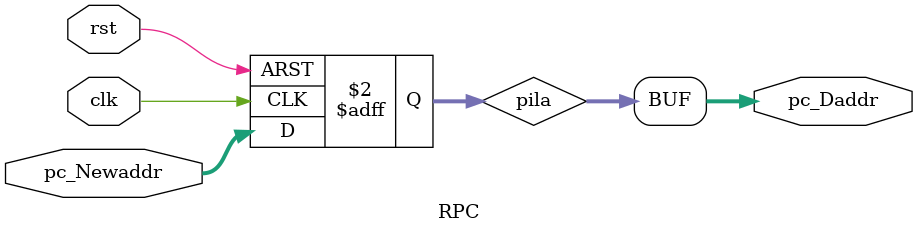
<source format=v>
/*-------------PC-------------*/

module RPC (
    input rst,
    input clk,
    //input pc_load,                              //Boton de encendido
    input [size_data-1:0] pc_Newaddr,           //Nueva direcciÃ³n
    output [size_data-1:0] pc_Daddr            //DirecciÃ³n a ejecutar
);

parameter size_data = 8;
parameter size_PC = 2;

reg [size_data-1:0] pila;

always @(posedge rst or posedge clk) begin
    if(rst)begin 
      pila=0;
    end

    else begin
                            //Siguiente dato a ejecutar
      pila = pc_Newaddr;                   //Captura nuevo dato
    end
    
end
    assign pc_Daddr= pila;
endmodule
</source>
